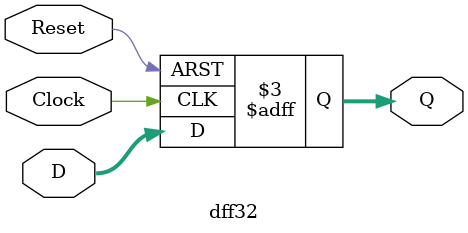
<source format=v>
module dff32(
		input [31:0] D,
		input        Clock,
		input        Reset,
		output reg [31:0] Q    
    );	 
	always @(posedge Clock or negedge Reset) begin
		if(Reset == 0) Q <= 0;
		else             Q <= D;
	end
endmodule

</source>
